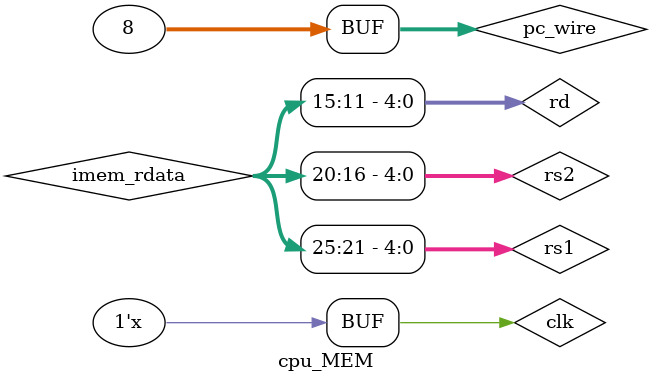
<source format=v>
`timescale 1ns / 1ps


module cpu_MEM(

    );
    reg [31:0] pc_wire = 32'b1000;
    reg clk = 0;
    always #5 clk = ~clk;
    wire [31:0] imem_rdata;
    IMEM IMEM_(.clk(clk), .ram_addr(pc_wire), .ram_wen(0), .ram_rdata(imem_rdata));
    wire [4:0] rs1 = imem_rdata[25:21];
    wire [4:0] rs2 = imem_rdata[20:16];
    wire [4:0] rd  = imem_rdata[15:11];
endmodule

</source>
